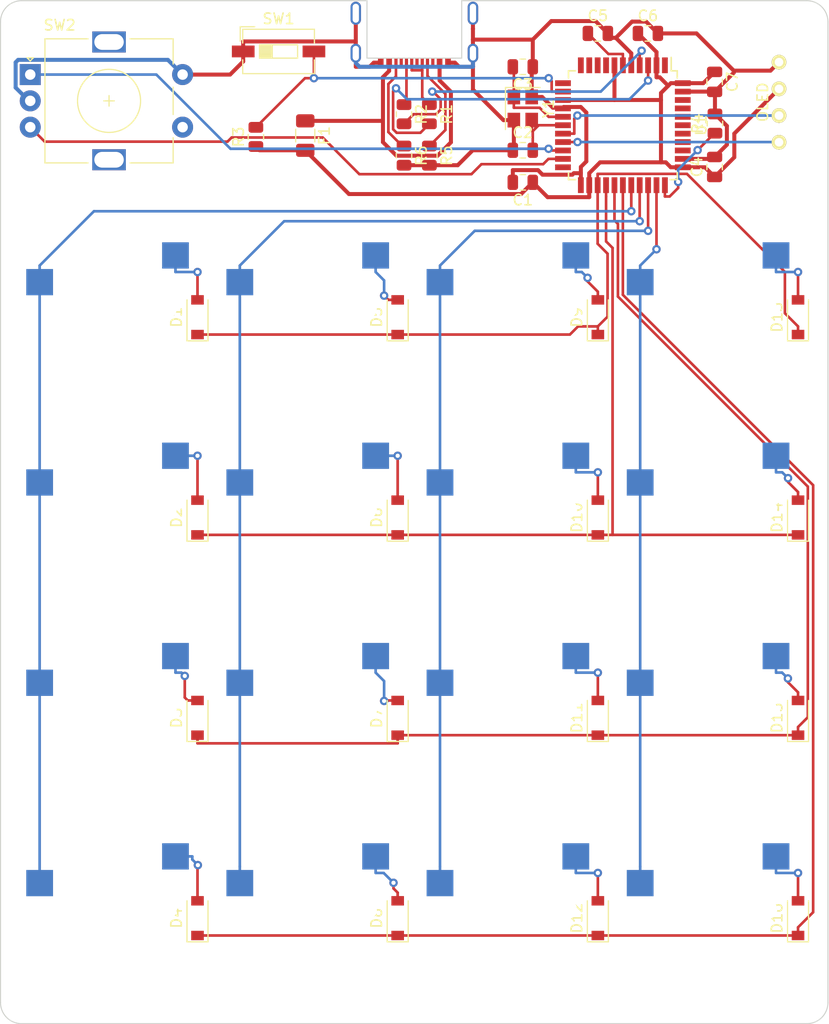
<source format=kicad_pcb>
(kicad_pcb (version 20211014) (generator pcbnew)
  (layers (0 "F.Cu" signal) (31 "B.Cu" signal) (34 "B.Paste" user) (35 "F.Paste" user) (36 "B.SilkS" user "B.Silkscreen") (37 "F.SilkS" user "F.Silkscreen") (38 "B.Mask" user) (39 "F.Mask" user) (44 "Edge.Cuts" user))
  (net 0 "")
  (net 1 "+5V")
  (net 2 "GND")
  (net 3 "Net-(C2-Pad2)")
  (net 4 "Net-(C3-Pad2)")
  (net 5 "Net-(C5-Pad1)")
  (net 6 "ROW1")
  (net 7 "Net-(D1-Pad2)")
  (net 8 "ROW2")
  (net 9 "Net-(D2-Pad2)")
  (net 10 "ROW3")
  (net 11 "Net-(D3-Pad2)")
  (net 12 "ROW4")
  (net 13 "Net-(D4-Pad2)")
  (net 14 "Net-(D5-Pad2)")
  (net 15 "Net-(D6-Pad2)")
  (net 16 "Net-(D7-Pad2)")
  (net 17 "Net-(D8-Pad2)")
  (net 18 "Net-(D9-Pad2)")
  (net 19 "Net-(D10-Pad2)")
  (net 20 "Net-(D11-Pad2)")
  (net 21 "Net-(D12-Pad2)")
  (net 22 "Net-(D13-Pad2)")
  (net 23 "Net-(D14-Pad2)")
  (net 24 "Net-(D15-Pad2)")
  (net 25 "Net-(D16-Pad2)")
  (net 26 "VCC")
  (net 27 "Net-(J1-PadA5)")
  (net 28 "D+")
  (net 29 "D-")
  (net 30 "Net-(J1-PadB5)")
  (net 31 "COL1")
  (net 32 "COL2")
  (net 33 "COL3")
  (net 34 "COL4")
  (net 35 "SDA")
  (net 36 "SCL")
  (net 37 "Net-(R1-Pad2)")
  (net 38 "Net-(R2-Pad2)")
  (net 39 "Net-(R3-Pad2)")
  (net 40 "Net-(R4-Pad1)")
  (net 41 "KNOB1")
  (net 42 "KNOB2")
  (net 43 "KNOB_SW")
  (footprint "Diode_SMD:D_SOD-123" (layer "F.Cu") (at 143.256 146.177 90)
    (fp_text reference "D12")
    (fp_text value "1N4148W")
  )
  (footprint "MX_Only:MXOnly-1U-Hotswap" (layer "F.Cu") (at 135.3185 88.2332)
    (fp_text reference "MX9")
    (fp_text value "MX-NoLED")
  )
  (footprint "Resistor_SMD:R_0805_2012Metric" (layer "F.Cu") (at 154.4003 70.612 90)
    (fp_text reference "R4")
    (fp_text value "10k")
  )
  (footprint "Diode_SMD:D_SOD-123" (layer "F.Cu") (at 143.256 108.077 90)
    (fp_text reference "D10")
    (fp_text value "1N4148W")
  )
  (footprint "MX_Only:MXOnly-1U-Hotswap" (layer "F.Cu") (at 116.2685 145.3832)
    (fp_text reference "MX8")
    (fp_text value "MX-NoLED")
  )
  (footprint "Diode_SMD:D_SOD-123" (layer "F.Cu") (at 105.156 146.177 90)
    (fp_text reference "D4")
    (fp_text value "1N4148W")
  )
  (footprint "Capacitor_SMD:C_0805_2012Metric" (layer "F.Cu") (at 148.0185 62.0395)
    (fp_text reference "C6")
    (fp_text value "0.1uF")
  )
  (footprint "Capacitor_SMD:C_0805_2012Metric" (layer "F.Cu") (at 136.1123 65.2145 180)
    (fp_text reference "C3")
    (fp_text value "22pF")
  )
  (footprint "Button_Switch_SMD:SW_DIP_SPSTx01_Slide_6.7x4.1mm_W6.73mm_P2.54mm_LowProfile_JPin" (layer "F.Cu") (at 112.8713 63.754)
    (fp_text reference "SW1")
    (fp_text value "SW_Push")
  )
  (footprint "Diode_SMD:D_SOD-123" (layer "F.Cu") (at 162.306 89.027 90)
    (fp_text reference "D13")
    (fp_text value "1N4148W")
  )
  (footprint "Diode_SMD:D_SOD-123" (layer "F.Cu") (at 162.306 146.177 90)
    (fp_text reference "D16")
    (fp_text value "1N4148W")
  )
  (footprint "Rotary_Encoder:RotaryEncoder_Alps_EC11E-Switch_Vertical_H20mm" (layer "F.Cu") (at 89.2383 65.953)
    (fp_text reference "SW2")
    (fp_text value "RotaryEncoder_Switch")
  )
  (footprint "Diode_SMD:D_SOD-123" (layer "F.Cu") (at 143.256 89.027 90)
    (fp_text reference "D9")
    (fp_text value "1N4148W")
  )
  (footprint "Diode_SMD:D_SOD-123" (layer "F.Cu") (at 105.156 127.127 90)
    (fp_text reference "D3")
    (fp_text value "1N4148W")
  )
  (footprint "Resistor_SMD:R_0805_2012Metric" (layer "F.Cu") (at 110.7123 71.882 90)
    (fp_text reference "R3")
    (fp_text value "10k")
  )
  (footprint "MX_Only:MXOnly-1U-Hotswap" (layer "F.Cu") (at 97.2185 126.3332)
    (fp_text reference "MX3")
    (fp_text value "MX-NoLED")
  )
  (footprint "Resistor_SMD:R_0805_2012Metric" (layer "F.Cu") (at 127.2223 73.66 -90)
    (fp_text reference "R5")
    (fp_text value "5.1K")
  )
  (footprint "Capacitor_SMD:C_0805_2012Metric" (layer "F.Cu") (at 143.256 62.0395)
    (fp_text reference "C5")
    (fp_text value "1uF")
  )
  (footprint "MX_Only:MXOnly-1U-Hotswap" (layer "F.Cu") (at 135.3185 107.2832)
    (fp_text reference "MX10")
    (fp_text value "MX-NoLED")
  )
  (footprint "Diode_SMD:D_SOD-123" (layer "F.Cu") (at 105.156 89.027 90)
    (fp_text reference "D1")
    (fp_text value "1N4148W")
  )
  (footprint "Diode_SMD:D_SOD-123" (layer "F.Cu") (at 124.206 89.027 90)
    (fp_text reference "D5")
    (fp_text value "1N4148W")
  )
  (footprint "MX_Only:MXOnly-1U-Hotswap" (layer "F.Cu") (at 154.3685 126.3332)
    (fp_text reference "MX15")
    (fp_text value "MX-NoLED")
  )
  (footprint "kbd:OLED_v2" (layer "F.Cu") (at 160.4963 68.58 90)
    (fp_text reference "OL1")
    (fp_text value "OLED" hide)
  )
  (footprint "Diode_SMD:D_SOD-123" (layer "F.Cu") (at 124.206 127.127 90)
    (fp_text reference "D7")
    (fp_text value "1N4148W")
  )
  (footprint "MX_Only:MXOnly-1U-Hotswap" (layer "F.Cu") (at 135.3185 145.3832)
    (fp_text reference "MX12")
    (fp_text value "MX-NoLED")
  )
  (footprint "Capacitor_SMD:C_0805_2012Metric" (layer "F.Cu") (at 154.3685 74.7395 90)
    (fp_text reference "C4")
    (fp_text value "0.1uF")
  )
  (footprint "Capacitor_SMD:C_0805_2012Metric" (layer "F.Cu") (at 154.3685 66.6457 -90)
    (fp_text reference "C7")
    (fp_text value "10uF")
  )
  (footprint "nrfmicro:USB-C_C168688" (layer "F.Cu") (at 125.7984 64.4182)
    (fp_text reference "J1" hide)
    (fp_text value "USB-C USB 2.0 MC-372")
  )
  (footprint "Diode_SMD:D_SOD-123" (layer "F.Cu") (at 105.156 108.077 90)
    (fp_text reference "D2")
    (fp_text value "1N4148W")
  )
  (footprint "Diode_SMD:D_SOD-123" (layer "F.Cu") (at 162.306 127.127 90)
    (fp_text reference "D15")
    (fp_text value "1N4148W")
  )
  (footprint "MX_Only:MXOnly-1U-Hotswap" (layer "F.Cu") (at 154.3685 145.3832)
    (fp_text reference "MX16")
    (fp_text value "MX-NoLED")
  )
  (footprint "Diode_SMD:D_SOD-123" (layer "F.Cu") (at 124.206 108.077 90)
    (fp_text reference "D6")
    (fp_text value "1N4148W")
  )
  (footprint "MX_Only:MXOnly-1U-Hotswap" (layer "F.Cu") (at 97.2185 145.3832)
    (fp_text reference "MX4")
    (fp_text value "MX-NoLED")
  )
  (footprint "MX_Only:MXOnly-1U-Hotswap" (layer "F.Cu") (at 97.2185 88.2332)
    (fp_text reference "MX1")
    (fp_text value "MX-NoLED")
  )
  (footprint "MX_Only:MXOnly-1U-Hotswap" (layer "F.Cu") (at 154.3685 107.2832)
    (fp_text reference "MX14")
    (fp_text value "MX-NoLED")
  )
  (footprint "Resistor_SMD:R_0805_2012Metric" (layer "F.Cu") (at 127.2223 69.723 -90)
    (fp_text reference "R1")
    (fp_text value "22")
  )
  (footprint "Package_QFP:TQFP-44_10x10mm_P0.8mm" (layer "F.Cu") (at 145.6373 70.7707 -90)
    (fp_text reference "U1")
    (fp_text value "ATmega32U4-A")
  )
  (footprint "Diode_SMD:D_SOD-123" (layer "F.Cu") (at 162.306 108.077 90)
    (fp_text reference "D14")
    (fp_text value "1N4148W")
  )
  (footprint "MX_Only:MXOnly-1U-Hotswap" (layer "F.Cu") (at 154.3685 88.2332)
    (fp_text reference "MX13")
    (fp_text value "MX-NoLED")
  )
  (footprint "Fuse:Fuse_1206_3216Metric" (layer "F.Cu") (at 115.4113 71.755 -90)
    (fp_text reference "F1")
    (fp_text value "500mA")
  )
  (footprint "Resistor_SMD:R_0805_2012Metric" (layer "F.Cu") (at 124.8093 73.66 -90)
    (fp_text reference "R6")
    (fp_text value "5.1K")
  )
  (footprint "Diode_SMD:D_SOD-123" (layer "F.Cu") (at 143.256 127.127 90)
    (fp_text reference "D11")
    (fp_text value "1N4148W")
  )
  (footprint "MX_Only:MXOnly-1U-Hotswap" (layer "F.Cu") (at 116.2685 107.2832)
    (fp_text reference "MX6")
    (fp_text value "MX-NoLED")
  )
  (footprint "Diode_SMD:D_SOD-123" (layer "F.Cu") (at 124.206 146.177 90)
    (fp_text reference "D8")
    (fp_text value "1N4148W")
  )
  (footprint "MX_Only:MXOnly-1U-Hotswap" (layer "F.Cu") (at 116.2685 126.3332)
    (fp_text reference "MX7")
    (fp_text value "MX-NoLED")
  )
  (footprint "MX_Only:MXOnly-1U-Hotswap" (layer "F.Cu") (at 97.2185 107.2832)
    (fp_text reference "MX2")
    (fp_text value "MX-NoLED")
  )
  (footprint "Crystal:Crystal_SMD_3225-4Pin_3.2x2.5mm" (layer "F.Cu") (at 136.1123 69.1832 -90)
    (fp_text reference "Y1")
    (fp_text value "Crystal_GND24_Small")
  )
  (footprint "Capacitor_SMD:C_0805_2012Metric" (layer "F.Cu") (at 136.1123 73.152)
    (fp_text reference "C2")
    (fp_text value "22pF")
  )
  (footprint "MX_Only:MXOnly-1U-Hotswap" (layer "F.Cu") (at 135.3185 126.3332)
    (fp_text reference "MX11")
    (fp_text value "MX-NoLED")
  )
  (footprint "MX_Only:MXOnly-1U-Hotswap" (layer "F.Cu") (at 116.2685 88.2332)
    (fp_text reference "MX5")
    (fp_text value "MX-NoLED")
  )
  (footprint "Capacitor_SMD:C_0805_2012Metric" (layer "F.Cu") (at 136.1123 76.2 180)
    (fp_text reference "C1")
    (fp_text value "0.1uF")
  )
  (footprint "Resistor_SMD:R_0805_2012Metric" (layer "F.Cu") (at 124.8093 69.723 -90)
    (fp_text reference "R2")
    (fp_text value "22")
  )
  (gr_line (start 121.285 58.928) (end 121.285 64.389) (layer "Edge.Cuts") (width 0.1))
  (gr_line (start 165.1508 60.928) (end 165.1508 154.21) (layer "Edge.Cuts") (width 0.1))
  (gr_arc (start 163.1508 58.928) (mid 164.565014 59.513786) (end 165.1508 60.928) (layer "Edge.Cuts") (width 0.1))
  (gr_line (start 130.302 64.389) (end 130.302 58.928) (layer "Edge.Cuts") (width 0.1))
  (gr_arc (start 88.4108 156.21) (mid 86.996586 155.624214) (end 86.4108 154.21) (layer "Edge.Cuts") (width 0.1))
  (gr_line (start 130.302 58.928) (end 163.1508 58.928) (layer "Edge.Cuts") (width 0.1))
  (gr_line (start 121.285 64.389) (end 130.302 64.389) (layer "Edge.Cuts") (width 0.1))
  (gr_line (start 86.4108 154.21) (end 86.4108 60.928) (layer "Edge.Cuts") (width 0.1))
  (gr_line (start 163.1508 156.21) (end 88.4108 156.21) (layer "Edge.Cuts") (width 0.1))
  (gr_arc (start 165.1508 154.21) (mid 164.565014 155.624214) (end 163.1508 156.21) (layer "Edge.Cuts") (width 0.1))
  (gr_arc (start 86.4108 60.928) (mid 86.996586 59.513786) (end 88.4108 58.928) (layer "Edge.Cuts") (width 0.1))
  (gr_line (start 88.4108 58.928) (end 121.285 58.928) (layer "Edge.Cuts") (width 0.1))
  (segment (start 149.9512 67.0165) (end 150.197 66.7707) (width 0.38) (layer "F.Cu") (net 1))
  (segment (start 142.4373 77.0408) (end 142.4373 77.611) (width 0.38) (layer "F.Cu") (net 1))
  (segment (start 148.8373 65.0707) (end 148.8373 66.211) (width 0.38) (layer "F.Cu") (net 1))
  (segment (start 149.1456 66.211) (end 149.9512 67.0165) (width 0.38) (layer "F.Cu") (net 1))
  (segment (start 135.9459 77.3164) (end 137.0623 76.2) (width 0.38) (layer "F.Cu") (net 1))
  (segment (start 149.2622 68.3707) (end 149.2622 67.7055) (width 0.38) (layer "F.Cu") (net 1))
  (segment (start 153.2935 66.7707) (end 151.3373 66.7707) (width 0.38) (layer "F.Cu") (net 1))
  (segment (start 144.8373 65.0707) (end 144.8373 68.3707) (width 0.38) (layer "F.Cu") (net 1))
  (segment (start 151.3373 74.7707) (end 150.197 74.7707) (width 0.38) (layer "F.Cu") (net 1))
  (segment (start 148.8373 63.8083) (end 147.0685 62.0395) (width 0.38) (layer "F.Cu") (net 1))
  (segment (start 142.4373 77.0408) (end 142.4373 76.4707) (width 0.38) (layer "F.Cu") (net 1))
  (segment (start 149.2622 67.7055) (end 149.9512 67.0165) (width 0.38) (layer "F.Cu") (net 1))
  (segment (start 150.197 74.7707) (end 149.724 74.2977) (width 0.38) (layer "F.Cu") (net 1))
  (segment (start 149.724 74.2977) (end 149.2622 74.2977) (width 0.38) (layer "F.Cu") (net 1))
  (segment (start 144.8373 68.3707) (end 139.9373 68.3707) (width 0.38) (layer "F.Cu") (net 1))
  (segment (start 156.2447 71.5616) (end 156.2447 73.8133) (width 0.38) (layer "F.Cu") (net 1))
  (segment (start 160.4963 67.31) (end 156.2447 71.5616) (width 0.38) (layer "F.Cu") (net 1))
  (segment (start 149.2622 74.2977) (end 149.2622 68.3707) (width 0.38) (layer "F.Cu") (net 1))
  (segment (start 156.2447 73.8133) (end 154.3685 75.6895) (width 0.38) (layer "F.Cu") (net 1))
  (segment (start 142.4373 76.4707) (end 142.4373 75.3304) (width 0.38) (layer "F.Cu") (net 1))
  (segment (start 151.3373 66.7707) (end 150.197 66.7707) (width 0.38) (layer "F.Cu") (net 1))
  (segment (start 110.7123 72.7945) (end 111.0728 73.155) (width 0.38) (layer "F.Cu") (net 1))
  (segment (start 148.8373 66.211) (end 149.1456 66.211) (width 0.38) (layer "F.Cu") (net 1))
  (segment (start 115.4113 73.155) (end 119.5727 77.3164) (width 0.38) (layer "F.Cu") (net 1))
  (segment (start 142.4373 75.3304) (end 143.47 74.2977) (width 0.38) (layer "F.Cu") (net 1))
  (segment (start 154.3685 75.6895) (end 153.4497 74.7707) (width 0.38) (layer "F.Cu") (net 1))
  (segment (start 153.4497 74.7707) (end 151.3373 74.7707) (width 0.38) (layer "F.Cu") (net 1))
  (segment (start 119.5727 77.3164) (end 135.9459 77.3164) (width 0.38) (layer "F.Cu") (net 1))
  (segment (start 111.0728 73.155) (end 115.4113 73.155) (width 0.38) (layer "F.Cu") (net 1))
  (segment (start 143.47 74.2977) (end 149.2622 74.2977) (width 0.38) (layer "F.Cu") (net 1))
  (segment (start 154.3685 65.6957) (end 153.2935 66.7707) (width 0.38) (layer "F.Cu") (net 1))
  (segment (start 149.2622 68.3707) (end 144.8373 68.3707) (width 0.38) (layer "F.Cu") (net 1))
  (segment (start 148.8373 65.0707) (end 148.8373 63.8083) (width 0.38) (layer "F.Cu") (net 1))
  (segment (start 142.4373 77.611) (end 138.4733 77.611) (width 0.38) (layer "F.Cu") (net 1))
  (segment (start 138.4733 77.611) (end 137.0623 76.2) (width 0.38) (layer "F.Cu") (net 1))
  (segment (start 120.2181 65.2085) (end 121.5428 65.2085) (width 0.38) (layer "F.Cu") (net 2))
  (segment (start 144.9655 62.4586) (end 146.4373 63.9304) (width 0.38) (layer "F.Cu") (net 2))
  (segment (start 121.5428 65.2085) (end 121.9331 64.8182) (width 0.38) (layer "F.Cu") (net 2))
  (segment (start 120.2181 63.9182) (end 120.2181 65.2085) (width 0.38) (layer "F.Cu") (net 2))
  (segment (start 154.4003 69.6995) (end 155.5351 70.8343) (width 0.38) (layer "F.Cu") (net 2))
  (segment (start 154.1873 73.9707) (end 151.3373 73.9707) (width 0.38) (layer "F.Cu") (net 2))
  (segment (start 138.9728 69.1034) (end 137.9526 68.0832) (width 0.38) (layer "F.Cu") (net 2))
  (segment (start 137.9906 75.473) (end 140.8294 75.473) (width 0.38) (layer "F.Cu") (net 2))
  (segment (start 135.2623 73.052) (end 135.1623 73.152) (width 0.38) (layer "F.Cu") (net 2))
  (segment (start 140.0046 69.0361) (end 139.9373 69.1034) (width 0.38) (layer "F.Cu") (net 2))
  (segment (start 120.2181 60.1182) (end 120.2181 62.8037) (width 0.38) (layer "F.Cu") (net 2))
  (segment (start 156.188 65.7762) (end 156.188 65.5787) (width 0.38) (layer "F.Cu") (net 2))
  (segment (start 155.5351 72.6229) (end 154.3685 73.7895) (width 0.38) (layer "F.Cu") (net 2))
  (segment (start 135.1623 73.152) (end 131.3437 73.152) (width 0.38) (layer "F.Cu") (net 2))
  (segment (start 141.632 69.0361) (end 140.0046 69.0361) (width 0.38) (layer "F.Cu") (net 2))
  (segment (start 143.0326 60.8661) (end 144.206 62.0395) (width 0.38) (layer "F.Cu") (net 2))
  (segment (start 131.369 61.6088) (end 131.369 62.6279) (width 0.38) (layer "F.Cu") (net 2))
  (segment (start 120.2181 62.8037) (end 120.2181 63.9182) (width 0.38) (layer "F.Cu") (net 2))
  (segment (start 142.1599 69.564) (end 141.632 69.0361) (width 0.38) (layer "F.Cu") (net 2))
  (segment (start 136.9623 68.0832) (end 137.9526 68.0832) (width 0.38) (layer "F.Cu") (net 2))
  (segment (start 159.6876 65.5787) (end 156.188 65.5787) (width 0.38) (layer "F.Cu") (net 2))
  (segment (start 131.369 65.2085) (end 130.044 65.2085) (width 0.38) (layer "F.Cu") (net 2))
  (segment (start 109.5063 63.754) (end 109.5063 64.7043) (width 0.38) (layer "F.Cu") (net 2))
  (segment (start 137.0623 62.6279) (end 138.8241 60.8661) (width 0.38) (layer "F.Cu") (net 2))
  (segment (start 135.2623 70.2832) (end 135.2623 73.052) (width 0.38) (layer "F.Cu") (net 2))
  (segment (start 146.5087 60.9154) (end 144.9655 62.4586) (width 0.38) (layer "F.Cu") (net 2))
  (segment (start 160.4963 64.77) (end 159.6876 65.5787) (width 0.38) (layer "F.Cu") (net 2))
  (segment (start 148.9685 62.0395) (end 147.8444 60.9154) (width 0.38) (layer "F.Cu") (net 2))
  (segment (start 135.1623 76.2) (end 135.1623 75.0402) (width 0.38) (layer "F.Cu") (net 2))
  (segment (start 141.6373 76.4707) (end 141.6373 75.3304) (width 0.38) (layer "F.Cu") (net 2))
  (segment (start 122.5934 64.8182) (end 121.9331 64.8182) (width 0.38) (layer "F.Cu") (net 2))
  (segment (start 140.8294 75.473) (end 140.972 75.3304) (width 0.38) (layer "F.Cu") (net 2))
  (segment (start 144.9655 62.4586) (end 144.6251 62.4586) (width 0.38) (layer "F.Cu") (net 2))
  (segment (start 131.369 67.3802) (end 134.272 70.2832) (width 0.38) (layer "F.Cu") (net 2))
  (segment (start 144.6251 62.4586) (end 144.206 62.0395) (width 0.38) (layer "F.Cu") (net 2))
  (segment (start 152.6488 62.0395) (end 148.9685 62.0395) (width 0.38) (layer "F.Cu") (net 2))
  (segment (start 136.9623 68.0832) (end 136.9623 65.3145) (width 0.38) (layer "F.Cu") (net 2))
  (segment (start 120.2181 62.8037) (end 109.5063 62.8037) (width 0.38) (layer "F.Cu") (net 2))
  (segment (start 131.369 63.9182) (end 131.369 65.2085) (width 0.38) (layer "F.Cu") (net 2))
  (segment (start 139.9373 69.1034) (end 139.9373 69.1707) (width 0.38) (layer "F.Cu") (net 2))
  (segment (start 129.9232 74.5725) (end 127.2223 74.5725) (width 0.38) (layer "F.Cu") (net 2))
  (segment (start 142.1599 74.213) (end 142.1599 69.564) (width 0.38) (layer "F.Cu") (net 2))
  (segment (start 108.2576 65.953) (end 109.5063 64.7043) (width 0.38) (layer "F.Cu") (net 2))
  (segment (start 138.8241 60.8661) (end 143.0326 60.8661) (width 0.38) (layer "F.Cu") (net 2))
  (segment (start 140.972 75.3304) (end 141.6373 75.3304) (width 0.38) (layer "F.Cu") (net 2))
  (segment (start 128.9934 64.8182) (end 129.6537 64.8182) (width 0.38) (layer "F.Cu") (net 2))
  (segment (start 137.0623 62.6279) (end 131.369 62.6279) (width 0.38) (layer "F.Cu") (net 2))
  (segment (start 151.3373 67.5707) (end 154.3435 67.5707) (width 0.38) (layer "F.Cu") (net 2))
  (segment (start 109.5063 63.754) (end 109.5063 62.8037) (width 0.38) (layer "F.Cu") (net 2))
  (segment (start 146.4373 65.0707) (end 146.4373 63.9304) (width 0.38) (layer "F.Cu") (net 2))
  (segment (start 131.3437 73.152) (end 129.9232 74.5725) (width 0.38) (layer "F.Cu") (net 2))
  (segment (start 154.4003 67.6275) (end 154.4003 69.6995) (width 0.38) (layer "F.Cu") (net 2))
  (segment (start 124.8093 74.5725) (end 127.2223 74.5725) (width 0.38) (layer "F.Cu") (net 2))
  (segment (start 155.5351 70.8343) (end 155.5351 72.6229) (width 0.38) (layer "F.Cu") (net 2))
  (segment (start 154.3685 67.5957) (end 154.4003 67.6275) (width 0.38) (layer "F.Cu") (net 2))
  (segment (start 156.188 65.5787) (end 152.6488 62.0395) (width 0.38) (layer "F.Cu") (net 2))
  (segment (start 147.8444 60.9154) (end 146.5087 60.9154) (width 0.38) (layer "F.Cu") (net 2))
  (segment (start 131.3687 60.1182) (end 131.3687 61.6085) (width 0.38) (layer "F.Cu") (net 2))
  (segment (start 135.1623 75.0402) (end 137.5578 75.0402) (width 0.38) (layer "F.Cu") (net 2))
  (segment (start 139.9373 69.1034) (end 138.9728 69.1034) (width 0.38) (layer "F.Cu") (net 2))
  (segment (start 141.6373 74.7356) (end 142.1599 74.213) (width 0.38) (layer "F.Cu") (net 2))
  (segment (start 137.5578 75.0402) (end 137.9906 75.473) (width 0.38) (layer "F.Cu") (net 2))
  (segment (start 135.2623 70.2832) (end 134.272 70.2832) (width 0.38) (layer "F.Cu") (net 2))
  (segment (start 103.7383 65.953) (end 108.2576 65.953) (width 0.38) (layer "F.Cu") (net 2))
  (segment (start 131.369 65.2085) (end 131.369 67.3802) (width 0.38) (layer "F.Cu") (net 2))
  (segment (start 141.6373 75.3304) (end 141.6373 74.7356) (width 0.38) (layer "F.Cu") (net 2))
  (segment (start 154.3685 67.5957) (end 156.188 65.7762) (width 0.38) (layer "F.Cu") (net 2))
  (segment (start 154.3435 67.5707) (end 154.3685 67.5957) (width 0.38) (layer "F.Cu") (net 2))
  (segment (start 131.369 63.9182) (end 131.369 62.6279) (width 0.38) (layer "F.Cu") (net 2))
  (segment (start 137.0623 65.2145) (end 137.0623 62.6279) (width 0.38) (layer "F.Cu") (net 2))
  (segment (start 136.9623 65.3145) (end 137.0623 65.2145) (width 0.38) (layer "F.Cu") (net 2))
  (segment (start 130.044 65.2085) (end 129.6537 64.8182) (width 0.38) (layer "F.Cu") (net 2))
  (segment (start 154.3685 73.7895) (end 154.1873 73.9707) (width 0.38) (layer "F.Cu") (net 2))
  (segment (start 131.3687 61.6085) (end 131.369 61.6088) (width 0.38) (layer "F.Cu") (net 2))
  (segment (start 102.3366 64.5513) (end 103.7383 65.953) (width 0.38) (layer "B.Cu") (net 2))
  (segment (start 89.2383 68.453) (end 89.1088 68.453) (width 0.38) (layer "B.Cu") (net 2))
  (segment (start 131.369 65.2085) (end 120.5728 65.2085) (width 0.38) (layer "B.Cu") (net 2))
  (segment (start 131.369 63.9182) (end 131.369 65.2085) (width 0.38) (layer "B.Cu") (net 2))
  (segment (start 89.1088 68.453) (end 87.8479 67.1921) (width 0.38) (layer "B.Cu") (net 2))
  (segment (start 88.0878 64.5513) (end 102.3366 64.5513) (width 0.38) (layer "B.Cu") (net 2))
  (segment (start 87.8479 64.7912) (end 88.0878 64.5513) (width 0.38) (layer "B.Cu") (net 2))
  (segment (start 120.5728 65.2085) (end 120.2181 64.8538) (width 0.38) (layer "B.Cu") (net 2))
  (segment (start 87.8479 67.1921) (end 87.8479 64.7912) (width 0.38) (layer "B.Cu") (net 2))
  (segment (start 120.2181 63.9182) (end 120.2181 64.8538) (width 0.38) (layer "B.Cu") (net 2))
  (segment (start 139.9373 70.7707) (end 137.6227 70.7707) (width 0.25) (layer "F.Cu") (net 3))
  (segment (start 137.0397 71.3085) (end 137.0623 71.3311) (width 0.25) (layer "F.Cu") (net 3))
  (segment (start 137.0623 73.152) (end 137.0623 71.3311) (width 0.25) (layer "F.Cu") (net 3))
  (segment (start 136.9623 71.3085) (end 137.0397 71.3085) (width 0.25) (layer "F.Cu") (net 3))
  (segment (start 137.6227 70.7707) (end 137.0623 71.3311) (width 0.25) (layer "F.Cu") (net 3))
  (segment (start 136.9623 70.2832) (end 136.9623 71.3085) (width 0.25) (layer "F.Cu") (net 3))
  (segment (start 138.5744 69.9707) (end 139.9373 69.9707) (width 0.25) (layer "F.Cu") (net 4))
  (segment (start 135.2623 68.0832) (end 135.2623 69.1085) (width 0.25) (layer "F.Cu") (net 4))
  (segment (start 135.2623 69.1085) (end 137.7122 69.1085) (width 0.25) (layer "F.Cu") (net 4))
  (segment (start 137.7122 69.1085) (end 138.5744 69.9707) (width 0.25) (layer "F.Cu") (net 4))
  (segment (start 135.2623 68.0832) (end 135.2623 65.3145) (width 0.25) (layer "F.Cu") (net 4))
  (segment (start 135.2623 65.3145) (end 135.1623 65.2145) (width 0.25) (layer "F.Cu") (net 4))
  (segment (start 145.6373 65.0707) (end 145.6373 63.9954) (width 0.25) (layer "F.Cu") (net 5))
  (segment (start 145.6373 63.9954) (end 144.2619 63.9954) (width 0.25) (layer "F.Cu") (net 5))
  (segment (start 144.2619 63.9954) (end 142.306 62.0395) (width 0.25) (layer "F.Cu") (net 5))
  (segment (start 124.206 90.677) (end 140.5965 90.677) (width 0.25) (layer "F.Cu") (net 6))
  (segment (start 161.056 88.6517) (end 162.306 89.9017) (width 0.25) (layer "F.Cu") (net 6))
  (segment (start 144.1813 88.9764) (end 144.1813 82.9867) (width 0.25) (layer "F.Cu") (net 6))
  (segment (start 162.306 90.677) (end 162.306 89.9017) (width 0.25) (layer "F.Cu") (net 6))
  (segment (start 143.2373 75.3954) (end 151.7342 75.3954) (width 0.25) (layer "F.Cu") (net 6))
  (segment (start 143.256 90.677) (end 143.256 89.9017) (width 0.25) (layer "F.Cu") (net 6))
  (segment (start 151.7342 75.3954) (end 161.056 84.7172) (width 0.25) (layer "F.Cu") (net 6))
  (segment (start 141.3718 89.9017) (end 143.256 89.9017) (width 0.25) (layer "F.Cu") (net 6))
  (segment (start 143.2373 76.4707) (end 143.2373 75.3954) (width 0.25) (layer "F.Cu") (net 6))
  (segment (start 143.256 89.9017) (end 144.1813 88.9764) (width 0.25) (layer "F.Cu") (net 6))
  (segment (start 161.056 84.7172) (end 161.056 88.6517) (width 0.25) (layer "F.Cu") (net 6))
  (segment (start 140.5965 90.677) (end 141.3718 89.9017) (width 0.25) (layer "F.Cu") (net 6))
  (segment (start 144.1813 82.9867) (end 143.2373 82.0427) (width 0.25) (layer "F.Cu") (net 6))
  (segment (start 143.2373 82.0427) (end 143.2373 76.4707) (width 0.25) (layer "F.Cu") (net 6))
  (segment (start 105.156 90.677) (end 124.206 90.677) (width 0.25) (layer "F.Cu") (net 6))
  (segment (start 105.156 87.377) (end 105.156 84.7285) (width 0.25) (layer "F.Cu") (net 7))
  (via (at 105.156 84.7285) (size 0.8) (drill 0.4) (layers "F.Cu" "B.Cu") (net 7))
  (segment (start 103.0605 84.7285) (end 105.156 84.7285) (width 0.25) (layer "B.Cu") (net 7))
  (segment (start 103.0605 83.1532) (end 103.0605 84.7285) (width 0.25) (layer "B.Cu") (net 7))
  (segment (start 144.0373 81.8169) (end 144.0373 77.546) (width 0.25) (layer "F.Cu") (net 8))
  (segment (start 144.6567 109.727) (end 144.6567 82.4363) (width 0.25) (layer "F.Cu") (net 8))
  (segment (start 143.256 109.727) (end 124.206 109.727) (width 0.25) (layer "F.Cu") (net 8))
  (segment (start 144.6567 109.727) (end 143.256 109.727) (width 0.25) (layer "F.Cu") (net 8))
  (segment (start 144.6567 82.4363) (end 144.0373 81.8169) (width 0.25) (layer "F.Cu") (net 8))
  (segment (start 124.206 109.727) (end 105.156 109.727) (width 0.25) (layer "F.Cu") (net 8))
  (segment (start 162.306 109.727) (end 144.6567 109.727) (width 0.25) (layer "F.Cu") (net 8))
  (segment (start 144.0373 76.4707) (end 144.0373 77.546) (width 0.25) (layer "F.Cu") (net 8))
  (segment (start 105.156 106.427) (end 105.156 102.2032) (width 0.25) (layer "F.Cu") (net 9))
  (via (at 105.156 102.2032) (size 0.8) (drill 0.4) (layers "F.Cu" "B.Cu") (net 9))
  (segment (start 103.0605 102.2032) (end 105.156 102.2032) (width 0.25) (layer "B.Cu") (net 9))
  (segment (start 144.8373 79.8226) (end 144.8373 76.4707) (width 0.25) (layer "F.Cu") (net 10))
  (segment (start 105.156 128.777) (end 105.156 129.5523) (width 0.25) (layer "F.Cu") (net 10))
  (segment (start 145.1671 80.1524) (end 144.8373 79.8226) (width 0.25) (layer "F.Cu") (net 10))
  (segment (start 162.306 128.0017) (end 163.2394 127.0683) (width 0.25) (layer "F.Cu") (net 10))
  (segment (start 124.206 129.5523) (end 105.156 129.5523) (width 0.25) (layer "F.Cu") (net 10))
  (segment (start 124.206 128.777) (end 124.206 129.5523) (width 0.25) (layer "F.Cu") (net 10))
  (segment (start 145.1671 87.0633) (end 145.1671 80.1524) (width 0.25) (layer "F.Cu") (net 10))
  (segment (start 143.256 128.777) (end 124.206 128.777) (width 0.25) (layer "F.Cu") (net 10))
  (segment (start 163.2394 127.0683) (end 163.2394 105.1356) (width 0.25) (layer "F.Cu") (net 10))
  (segment (start 162.306 128.777) (end 162.306 128.0017) (width 0.25) (layer "F.Cu") (net 10))
  (segment (start 162.306 128.777) (end 143.256 128.777) (width 0.25) (layer "F.Cu") (net 10))
  (segment (start 163.2394 105.1356) (end 145.1671 87.0633) (width 0.25) (layer "F.Cu") (net 10))
  (segment (start 103.9452 125.1915) (end 103.9452 123.1423) (width 0.25) (layer "F.Cu") (net 11))
  (segment (start 105.156 125.477) (end 104.2307 125.477) (width 0.25) (layer "F.Cu") (net 11))
  (segment (start 104.2307 125.477) (end 103.9452 125.1915) (width 0.25) (layer "F.Cu") (net 11))
  (via (at 103.9452 123.1423) (size 0.8) (drill 0.4) (layers "F.Cu" "B.Cu") (net 11))
  (segment (start 103.6314 122.8285) (end 103.9452 123.1423) (width 0.25) (layer "B.Cu") (net 11))
  (segment (start 103.0605 122.8285) (end 103.6314 122.8285) (width 0.25) (layer "B.Cu") (net 11))
  (segment (start 103.0605 121.2532) (end 103.0605 122.8285) (width 0.25) (layer "B.Cu") (net 11))
  (segment (start 162.306 147.827) (end 162.306 147.0517) (width 0.25) (layer "F.Cu") (net 12))
  (segment (start 145.6373 86.8966) (end 145.6373 76.4707) (width 0.25) (layer "F.Cu") (net 12))
  (segment (start 163.7454 145.6123) (end 163.7454 105.0047) (width 0.25) (layer "F.Cu") (net 12))
  (segment (start 162.306 147.827) (end 143.256 147.827) (width 0.25) (layer "F.Cu") (net 12))
  (segment (start 105.156 147.827) (end 124.206 147.827) (width 0.25) (layer "F.Cu") (net 12))
  (segment (start 124.206 147.827) (end 143.256 147.827) (width 0.25) (layer "F.Cu") (net 12))
  (segment (start 163.7454 105.0047) (end 145.6373 86.8966) (width 0.25) (layer "F.Cu") (net 12))
  (segment (start 162.306 147.0517) (end 163.7454 145.6123) (width 0.25) (layer "F.Cu") (net 12))
  (segment (start 105.1909 141.133) (end 105.156 141.1679) (width 0.25) (layer "F.Cu") (net 13))
  (segment (start 105.156 141.1679) (end 105.156 144.527) (width 0.25) (layer "F.Cu") (net 13))
  (via (at 105.1909 141.133) (size 0.8) (drill 0.4) (layers "F.Cu" "B.Cu") (net 13))
  (segment (start 104.6608 140.3032) (end 104.6608 140.6029) (width 0.25) (layer "B.Cu") (net 13))
  (segment (start 103.0605 140.3032) (end 104.6608 140.3032) (width 0.25) (layer "B.Cu") (net 13))
  (segment (start 104.6608 140.6029) (end 105.1909 141.133) (width 0.25) (layer "B.Cu") (net 13))
  (segment (start 122.9148 86.9748) (end 123.2807 87.3407) (width 0.25) (layer "F.Cu") (net 14))
  (segment (start 123.2807 87.3407) (end 123.2807 87.377) (width 0.25) (layer "F.Cu") (net 14))
  (segment (start 124.206 87.377) (end 123.2807 87.377) (width 0.25) (layer "F.Cu") (net 14))
  (via (at 122.9148 86.9748) (size 0.8) (drill 0.4) (layers "F.Cu" "B.Cu") (net 14))
  (segment (start 122.1105 83.1532) (end 122.1105 84.7285) (width 0.25) (layer "B.Cu") (net 14))
  (segment (start 122.9148 85.5328) (end 122.9148 86.9748) (width 0.25) (layer "B.Cu") (net 14))
  (segment (start 122.1105 84.7285) (end 122.9148 85.5328) (width 0.25) (layer "B.Cu") (net 14))
  (segment (start 124.206 106.427) (end 124.206 102.2032) (width 0.25) (layer "F.Cu") (net 15))
  (via (at 124.206 102.2032) (size 0.8) (drill 0.4) (layers "F.Cu" "B.Cu") (net 15))
  (segment (start 122.1105 102.2032) (end 124.206 102.2032) (width 0.25) (layer "B.Cu") (net 15))
  (segment (start 124.206 125.477) (end 123.2807 125.477) (width 0.25) (layer "F.Cu") (net 16))
  (segment (start 122.9148 125.5213) (end 123.2364 125.5213) (width 0.25) (layer "F.Cu") (net 16))
  (segment (start 123.2364 125.5213) (end 123.2807 125.477) (width 0.25) (layer "F.Cu") (net 16))
  (via (at 122.9148 125.5213) (size 0.8) (drill 0.4) (layers "F.Cu" "B.Cu") (net 16))
  (segment (start 122.1105 121.2532) (end 122.1105 122.8285) (width 0.25) (layer "B.Cu") (net 16))
  (segment (start 122.1105 122.8285) (end 122.9148 123.6328) (width 0.25) (layer "B.Cu") (net 16))
  (segment (start 122.9148 123.6328) (end 122.9148 125.5213) (width 0.25) (layer "B.Cu") (net 16))
  (segment (start 124.206 143.7517) (end 123.8083 143.354) (width 0.25) (layer "F.Cu") (net 17))
  (segment (start 124.206 144.527) (end 124.206 143.7517) (width 0.25) (layer "F.Cu") (net 17))
  (segment (start 123.8083 143.354) (end 123.8083 142.8151) (width 0.25) (layer "F.Cu") (net 17))
  (via (at 123.8083 142.8151) (size 0.8) (drill 0.4) (layers "F.Cu" "B.Cu") (net 17))
  (segment (start 122.1105 140.3032) (end 122.1105 141.8785) (width 0.25) (layer "B.Cu") (net 17))
  (segment (start 123.8083 142.8151) (end 122.8717 141.8785) (width 0.25) (layer "B.Cu") (net 17))
  (segment (start 122.8717 141.8785) (end 122.1105 141.8785) (width 0.25) (layer "B.Cu") (net 17))
  (segment (start 143.256 86.6017) (end 142.2764 85.6221) (width 0.25) (layer "F.Cu") (net 18))
  (segment (start 142.2764 85.6221) (end 142.2764 85.2815) (width 0.25) (layer "F.Cu") (net 18))
  (segment (start 143.256 87.377) (end 143.256 86.6017) (width 0.25) (layer "F.Cu") (net 18))
  (via (at 142.2764 85.2815) (size 0.8) (drill 0.4) (layers "F.Cu" "B.Cu") (net 18))
  (segment (start 141.1605 83.1532) (end 141.1605 84.7285) (width 0.25) (layer "B.Cu") (net 18))
  (segment (start 141.7234 84.7285) (end 142.2764 85.2815) (width 0.25) (layer "B.Cu") (net 18))
  (segment (start 141.1605 84.7285) (end 141.7234 84.7285) (width 0.25) (layer "B.Cu") (net 18))
  (segment (start 143.256 106.427) (end 143.256 103.7785) (width 0.25) (layer "F.Cu") (net 19))
  (via (at 143.256 103.7785) (size 0.8) (drill 0.4) (layers "F.Cu" "B.Cu") (net 19))
  (segment (start 141.1605 102.2032) (end 141.1605 103.7785) (width 0.25) (layer "B.Cu") (net 19))
  (segment (start 141.1605 103.7785) (end 143.256 103.7785) (width 0.25) (layer "B.Cu") (net 19))
  (segment (start 143.256 125.477) (end 143.256 122.8285) (width 0.25) (layer "F.Cu") (net 20))
  (via (at 143.256 122.8285) (size 0.8) (drill 0.4) (layers "F.Cu" "B.Cu") (net 20))
  (segment (start 141.1605 122.8285) (end 143.256 122.8285) (width 0.25) (layer "B.Cu") (net 20))
  (segment (start 141.1605 121.2532) (end 141.1605 122.8285) (width 0.25) (layer "B.Cu") (net 20))
  (segment (start 143.256 144.527) (end 143.256 141.8785) (width 0.25) (layer "F.Cu") (net 21))
  (via (at 143.256 141.8785) (size 0.8) (drill 0.4) (layers "F.Cu" "B.Cu") (net 21))
  (segment (start 141.1605 140.3032) (end 141.1605 141.8785) (width 0.25) (layer "B.Cu") (net 21))
  (segment (start 141.1605 141.8785) (end 143.256 141.8785) (width 0.25) (layer "B.Cu") (net 21))
  (segment (start 162.306 87.377) (end 162.306 84.7285) (width 0.25) (layer "F.Cu") (net 22))
  (via (at 162.306 84.7285) (size 0.8) (drill 0.4) (layers "F.Cu" "B.Cu") (net 22))
  (segment (start 160.2105 84.7285) (end 162.306 84.7285) (width 0.25) (layer "B.Cu") (net 22))
  (segment (start 160.2105 83.1532) (end 160.2105 84.7285) (width 0.25) (layer "B.Cu") (net 22))
  (segment (start 162.306 105.6517) (end 161.3564 104.7021) (width 0.25) (layer "F.Cu") (net 23))
  (segment (start 162.306 106.427) (end 162.306 105.6517) (width 0.25) (layer "F.Cu") (net 23))
  (segment (start 161.3564 104.7021) (end 161.3564 104.3315) (width 0.25) (layer "F.Cu") (net 23))
  (via (at 161.3564 104.3315) (size 0.8) (drill 0.4) (layers "F.Cu" "B.Cu") (net 23))
  (segment (start 160.2105 102.2032) (end 160.2105 103.7785) (width 0.25) (layer "B.Cu") (net 23))
  (segment (start 160.8034 103.7785) (end 161.3564 104.3315) (width 0.25) (layer "B.Cu") (net 23))
  (segment (start 160.2105 103.7785) (end 160.8034 103.7785) (width 0.25) (layer "B.Cu") (net 23))
  (segment (start 162.306 124.7017) (end 161.3423 123.738) (width 0.25) (layer "F.Cu") (net 24))
  (segment (start 161.3423 123.738) (end 161.3423 123.3815) (width 0.25) (layer "F.Cu") (net 24))
  (segment (start 162.306 125.477) (end 162.306 124.7017) (width 0.25) (layer "F.Cu") (net 24))
  (via (at 161.3423 123.3815) (size 0.8) (drill 0.4) (layers "F.Cu" "B.Cu") (net 24))
  (segment (start 160.7893 122.8285) (end 161.3423 123.3815) (width 0.25) (layer "B.Cu") (net 24))
  (segment (start 160.2105 122.8285) (end 160.7893 122.8285) (width 0.25) (layer "B.Cu") (net 24))
  (segment (start 160.2105 121.2532) (end 160.2105 122.8285) (width 0.25) (layer "B.Cu") (net 24))
  (segment (start 162.306 144.527) (end 162.306 141.8785) (width 0.25) (layer "F.Cu") (net 25))
  (via (at 162.306 141.8785) (size 0.8) (drill 0.4) (layers "F.Cu" "B.Cu") (net 25))
  (segment (start 160.2105 140.3032) (end 160.2105 141.8785) (width 0.25) (layer "B.Cu") (net 25))
  (segment (start 160.2105 141.8785) (end 162.306 141.8785) (width 0.25) (layer "B.Cu") (net 25))
  (segment (start 128.1934 66.5094) (end 128.1934 64.8182) (width 0.38) (layer "F.Cu") (net 26))
  (segment (start 128 73.6687) (end 129.2722 72.3965) (width 0.38) (layer "F.Cu") (net 26))
  (segment (start 129.2722 67.5882) (end 128.1934 66.5094) (width 0.38) (layer "F.Cu") (net 26))
  (segment (start 123.3934 64.8182) (end 123.3934 65.6085) (width 0.38) (layer "F.Cu") (net 26))
  (segment (start 123.3934 65.6085) (end 122.8052 66.1967) (width 0.38) (layer "F.Cu") (net 26))
  (segment (start 122.8052 66.1967) (end 122.8052 70.355) (width 0.38) (layer "F.Cu") (net 26))
  (segment (start 124.0911 73.6687) (end 128 73.6687) (width 0.38) (layer "F.Cu") (net 26))
  (segment (start 122.8052 72.3828) (end 124.0911 73.6687) (width 0.38) (layer "F.Cu") (net 26))
  (segment (start 115.4113 70.355) (end 122.8052 70.355) (width 0.38) (layer "F.Cu") (net 26))
  (segment (start 122.8052 70.355) (end 122.8052 72.3828) (width 0.38) (layer "F.Cu") (net 26))
  (segment (start 129.2722 72.3965) (end 129.2722 67.5882) (width 0.38) (layer "F.Cu") (net 26))
  (segment (start 128.7453 67.7901) (end 127.0434 66.0882) (width 0.25) (layer "F.Cu") (net 27))
  (segment (start 127.0434 66.0882) (end 127.0434 64.8182) (width 0.25) (layer "F.Cu") (net 27))
  (segment (start 128.7453 71.2245) (end 128.7453 67.7901) (width 0.25) (layer "F.Cu") (net 27))
  (segment (start 127.2223 72.7475) (end 128.7453 71.2245) (width 0.25) (layer "F.Cu") (net 27))
  (segment (start 124.8093 68.8105) (end 125.0434 68.5764) (width 0.25) (layer "F.Cu") (net 28))
  (segment (start 125.0434 68.5764) (end 125.0434 65.5435) (width 0.25) (layer "F.Cu") (net 28))
  (segment (start 125.0434 65.5435) (end 125.0434 64.8182) (width 0.25) (layer "F.Cu") (net 28))
  (segment (start 125.5434 64.8182) (end 125.5434 65.5435) (width 0.25) (layer "F.Cu") (net 29))
  (segment (start 126.5434 65.5435) (end 125.5434 65.5435) (width 0.25) (layer "F.Cu") (net 29))
  (segment (start 126.5434 64.8182) (end 126.5434 65.5435) (width 0.25) (layer "F.Cu") (net 29))
  (segment (start 126.5434 65.5435) (end 126.5434 68.1316) (width 0.25) (layer "F.Cu") (net 29))
  (segment (start 126.5434 68.1316) (end 127.2223 68.8105) (width 0.25) (layer "F.Cu") (net 29))
  (segment (start 124.6501 72.7475) (end 124.8093 72.7475) (width 0.25) (layer "F.Cu") (net 30))
  (segment (start 123.3206 66.8453) (end 123.3206 71.418) (width 0.25) (layer "F.Cu") (net 30))
  (segment (start 124.0434 66.1225) (end 123.3206 66.8453) (width 0.25) (layer "F.Cu") (net 30))
  (segment (start 124.0434 64.8182) (end 124.0434 66.1225) (width 0.25) (layer "F.Cu") (net 30))
  (segment (start 123.3206 71.418) (end 124.6501 72.7475) (width 0.25) (layer "F.Cu") (net 30))
  (segment (start 146.4373 78.9491) (end 146.4373 76.4707) (width 0.25) (layer "F.Cu") (net 31))
  (via (at 146.4373 78.9491) (size 0.8) (drill 0.4) (layers "F.Cu" "B.Cu") (net 31))
  (segment (start 90.1335 142.8432) (end 90.1335 123.7932) (width 0.25) (layer "B.Cu") (net 31))
  (segment (start 90.1335 104.7432) (end 90.1335 123.7932) (width 0.25) (layer "B.Cu") (net 31))
  (segment (start 90.1335 84.1179) (end 95.3023 78.9491) (width 0.25) (layer "B.Cu") (net 31))
  (segment (start 90.1335 85.6932) (end 90.1335 84.1179) (width 0.25) (layer "B.Cu") (net 31))
  (segment (start 95.3023 78.9491) (end 146.4373 78.9491) (width 0.25) (layer "B.Cu") (net 31))
  (segment (start 90.1335 85.6932) (end 90.1335 104.7432) (width 0.25) (layer "B.Cu") (net 31))
  (segment (start 147.2373 76.4707) (end 147.2373 79.8976) (width 0.25) (layer "F.Cu") (net 32))
  (via (at 147.2373 79.8976) (size 0.8) (drill 0.4) (layers "F.Cu" "B.Cu") (net 32))
  (segment (start 109.1835 85.6932) (end 109.1835 104.7432) (width 0.25) (layer "B.Cu") (net 32))
  (segment (start 113.4038 79.8976) (end 147.2373 79.8976) (width 0.25) (layer "B.Cu") (net 32))
  (segment (start 109.1835 142.8432) (end 109.1835 141.2679) (width 0.25) (layer "B.Cu") (net 32))
  (segment (start 109.1835 104.7432) (end 109.1835 123.7932) (width 0.25) (layer "B.Cu") (net 32))
  (segment (start 109.1835 85.6932) (end 109.1835 84.1179) (width 0.25) (layer "B.Cu") (net 32))
  (segment (start 109.1835 123.7932) (end 109.1835 141.2679) (width 0.25) (layer "B.Cu") (net 32))
  (segment (start 109.1835 84.1179) (end 113.4038 79.8976) (width 0.25) (layer "B.Cu") (net 32))
  (segment (start 148.0373 80.8126) (end 148.0373 76.4707) (width 0.25) (layer "F.Cu") (net 33))
  (via (at 148.0373 80.8126) (size 0.8) (drill 0.4) (layers "F.Cu" "B.Cu") (net 33))
  (segment (start 128.2335 123.7932) (end 128.2335 141.2679) (width 0.25) (layer "B.Cu") (net 33))
  (segment (start 128.2335 104.7432) (end 128.2335 85.6932) (width 0.25) (layer "B.Cu") (net 33))
  (segment (start 128.2335 104.7432) (end 128.2335 123.7932) (width 0.25) (layer "B.Cu") (net 33))
  (segment (start 128.2335 142.8432) (end 128.2335 141.2679) (width 0.25) (layer "B.Cu") (net 33))
  (segment (start 131.5388 80.8126) (end 148.0373 80.8126) (width 0.25) (layer "B.Cu") (net 33))
  (segment (start 128.2335 84.1179) (end 131.5388 80.8126) (width 0.25) (layer "B.Cu") (net 33))
  (segment (start 128.2335 85.6932) (end 128.2335 84.1179) (width 0.25) (layer "B.Cu") (net 33))
  (segment (start 148.8373 76.4707) (end 148.8373 82.5641) (width 0.25) (layer "F.Cu") (net 34))
  (via (at 148.8373 82.5641) (size 0.8) (drill 0.4) (layers "F.Cu" "B.Cu") (net 34))
  (segment (start 147.2835 123.7932) (end 147.2835 141.2679) (width 0.25) (layer "B.Cu") (net 34))
  (segment (start 147.2835 104.7432) (end 147.2835 123.7932) (width 0.25) (layer "B.Cu") (net 34))
  (segment (start 147.2835 84.1179) (end 148.8373 82.5641) (width 0.25) (layer "B.Cu") (net 34))
  (segment (start 147.2835 85.6932) (end 147.2835 104.7432) (width 0.25) (layer "B.Cu") (net 34))
  (segment (start 147.2835 142.8432) (end 147.2835 141.2679) (width 0.25) (layer "B.Cu") (net 34))
  (segment (start 147.2835 85.6932) (end 147.2835 84.1179) (width 0.25) (layer "B.Cu") (net 34))
  (segment (start 139.9373 72.3707) (end 141.3189 72.3707) (width 0.25) (layer "F.Cu") (net 35))
  (via (at 141.3189 72.3707) (size 0.8) (drill 0.4) (layers "F.Cu" "B.Cu") (net 35))
  (segment (start 160.4963 72.39) (end 160.477 72.3707) (width 0.25) (layer "B.Cu") (net 35))
  (segment (start 160.477 72.3707) (end 141.3189 72.3707) (width 0.25) (layer "B.Cu") (net 35))
  (segment (start 139.9373 71.5707) (end 141.0126 71.5707) (width 0.25) (layer "F.Cu") (net 36))
  (segment (start 141.0126 70.1473) (end 141.3099 69.85) (width 0.25) (layer "F.Cu") (net 36))
  (segment (start 141.0126 71.5707) (end 141.0126 70.1473) (width 0.25) (layer "F.Cu") (net 36))
  (via (at 141.3099 69.85) (size 0.8) (drill 0.4) (layers "F.Cu" "B.Cu") (net 36))
  (segment (start 160.4963 69.85) (end 141.3099 69.85) (width 0.25) (layer "B.Cu") (net 36))
  (segment (start 123.7709 67.5348) (end 123.7709 71.152) (width 0.25) (layer "F.Cu") (net 37))
  (segment (start 124.1081 71.4892) (end 126.3686 71.4892) (width 0.25) (layer "F.Cu") (net 37))
  (segment (start 148.0373 65.0707) (end 148.0373 66.5202) (width 0.25) (layer "F.Cu") (net 37))
  (segment (start 123.7709 71.152) (end 124.1081 71.4892) (width 0.25) (layer "F.Cu") (net 37))
  (segment (start 124.0476 67.2581) (end 123.7709 67.5348) (width 0.25) (layer "F.Cu") (net 37))
  (segment (start 126.3686 71.4892) (end 127.2223 70.6355) (width 0.25) (layer "F.Cu") (net 37))
  (via (at 124.0476 67.2581) (size 0.8) (drill 0.4) (layers "F.Cu" "B.Cu") (net 37))
  (via (at 148.0373 66.5202) (size 0.8) (drill 0.4) (layers "F.Cu" "B.Cu") (net 37))
  (segment (start 146.261 68.2965) (end 148.0373 66.5202) (width 0.25) (layer "B.Cu") (net 37))
  (segment (start 125.086 68.2965) (end 146.261 68.2965) (width 0.25) (layer "B.Cu") (net 37))
  (segment (start 124.0476 67.2581) (end 125.086 68.2965) (width 0.25) (layer "B.Cu") (net 37))
  (segment (start 128.295 68.2949) (end 127.5712 67.5711) (width 0.25) (layer "F.Cu") (net 38))
  (segment (start 128.295 69.2864) (end 128.295 68.2949) (width 0.25) (layer "F.Cu") (net 38))
  (segment (start 125.7218 69.723) (end 127.8584 69.723) (width 0.25) (layer "F.Cu") (net 38))
  (segment (start 127.5712 67.5711) (end 127.4941 67.5711) (width 0.25) (layer "F.Cu") (net 38))
  (segment (start 127.8584 69.723) (end 128.295 69.2864) (width 0.25) (layer "F.Cu") (net 38))
  (segment (start 124.8093 70.6355) (end 125.7218 69.723) (width 0.25) (layer "F.Cu") (net 38))
  (segment (start 147.2373 63.8688) (end 147.2373 65.0707) (width 0.25) (layer "F.Cu") (net 38))
  (segment (start 147.4215 63.6846) (end 147.2373 63.8688) (width 0.25) (layer "F.Cu") (net 38))
  (via (at 127.4941 67.5711) (size 0.8) (drill 0.4) (layers "F.Cu" "B.Cu") (net 38))
  (via (at 147.4215 63.6846) (size 0.8) (drill 0.4) (layers "F.Cu" "B.Cu") (net 38))
  (segment (start 127.4941 67.5711) (end 143.535 67.5711) (width 0.25) (layer "B.Cu") (net 38))
  (segment (start 143.535 67.5711) (end 147.4215 63.6846) (width 0.25) (layer "B.Cu") (net 38))
  (segment (start 110.7123 70.9695) (end 115.3857 66.2961) (width 0.25) (layer "F.Cu") (net 39))
  (segment (start 115.3857 66.2961) (end 116.2363 66.2961) (width 0.25) (layer "F.Cu") (net 39))
  (segment (start 139.9373 67.5707) (end 138.862 67.5707) (width 0.25) (layer "F.Cu") (net 39))
  (segment (start 116.2363 63.754) (end 116.2363 64.6393) (width 0.25) (layer "F.Cu") (net 39))
  (segment (start 116.2363 64.6393) (end 116.2363 66.2961) (width 0.25) (layer "F.Cu") (net 39))
  (segment (start 138.862 66.5816) (end 138.5765 66.2961) (width 0.25) (layer "F.Cu") (net 39))
  (segment (start 138.862 67.5707) (end 138.862 66.5816) (width 0.25) (layer "F.Cu") (net 39))
  (via (at 116.2363 66.2961) (size 0.8) (drill 0.4) (layers "F.Cu" "B.Cu") (net 39))
  (via (at 138.5765 66.2961) (size 0.8) (drill 0.4) (layers "F.Cu" "B.Cu") (net 39))
  (segment (start 116.2363 66.2961) (end 138.5765 66.2961) (width 0.25) (layer "B.Cu") (net 39))
  (segment (start 150.0902 77.546) (end 150.8966 76.7396) (width 0.25) (layer "F.Cu") (net 40))
  (segment (start 152.7494 73.1382) (end 154.3631 71.5245) (width 0.25) (layer "F.Cu") (net 40))
  (segment (start 149.6373 77.546) (end 150.0902 77.546) (width 0.25) (layer "F.Cu") (net 40))
  (segment (start 149.6373 76.4707) (end 149.6373 77.546) (width 0.25) (layer "F.Cu") (net 40))
  (segment (start 150.8966 76.7396) (end 150.8966 76.1582) (width 0.25) (layer "F.Cu") (net 40))
  (segment (start 154.3631 71.5245) (end 154.4003 71.5245) (width 0.25) (layer "F.Cu") (net 40))
  (via (at 152.7494 73.1382) (size 0.8) (drill 0.4) (layers "F.Cu" "B.Cu") (net 40))
  (via (at 150.8966 76.1582) (size 0.8) (drill 0.4) (layers "F.Cu" "B.Cu") (net 40))
  (segment (start 152.7494 73.1382) (end 150.8966 74.991) (width 0.25) (layer "B.Cu") (net 40))
  (segment (start 150.8966 74.991) (end 150.8966 76.1582) (width 0.25) (layer "B.Cu") (net 40))
  (segment (start 138.7302 73.1707) (end 138.5677 73.0082) (width 0.25) (layer "F.Cu") (net 41))
  (segment (start 139.9373 73.1707) (end 138.7302 73.1707) (width 0.25) (layer "F.Cu") (net 41))
  (via (at 138.5677 73.0082) (size 0.8) (drill 0.4) (layers "F.Cu" "B.Cu") (net 41))
  (segment (start 89.2383 65.953) (end 101.2383 65.953) (width 0.25) (layer "B.Cu") (net 41))
  (segment (start 108.2935 73.0082) (end 138.5677 73.0082) (width 0.25) (layer "B.Cu") (net 41))
  (segment (start 101.2383 65.953) (end 108.2935 73.0082) (width 0.25) (layer "B.Cu") (net 41))
  (segment (start 117.0702 71.9359) (end 108.4064 71.9359) (width 0.25) (layer "F.Cu") (net 42))
  (segment (start 90.617 72.3317) (end 89.2383 70.953) (width 0.25) (layer "F.Cu") (net 42))
  (segment (start 108.0106 72.3317) (end 90.617 72.3317) (width 0.25) (layer "F.Cu") (net 42))
  (segment (start 138.5573 73.9707) (end 138.055 74.473) (width 0.25) (layer "F.Cu") (net 42))
  (segment (start 139.9373 73.9707) (end 138.5573 73.9707) (width 0.25) (layer "F.Cu") (net 42))
  (segment (start 138.055 74.473) (end 132.177 74.473) (width 0.25) (layer "F.Cu") (net 42))
  (segment (start 132.177 74.473) (end 131.2248 75.4252) (width 0.25) (layer "F.Cu") (net 42))
  (segment (start 108.4064 71.9359) (end 108.0106 72.3317) (width 0.25) (layer "F.Cu") (net 42))
  (segment (start 131.2248 75.4252) (end 120.5595 75.4252) (width 0.25) (layer "F.Cu") (net 42))
  (segment (start 120.5595 75.4252) (end 117.0702 71.9359) (width 0.25) (layer "F.Cu") (net 42))
)
</source>
